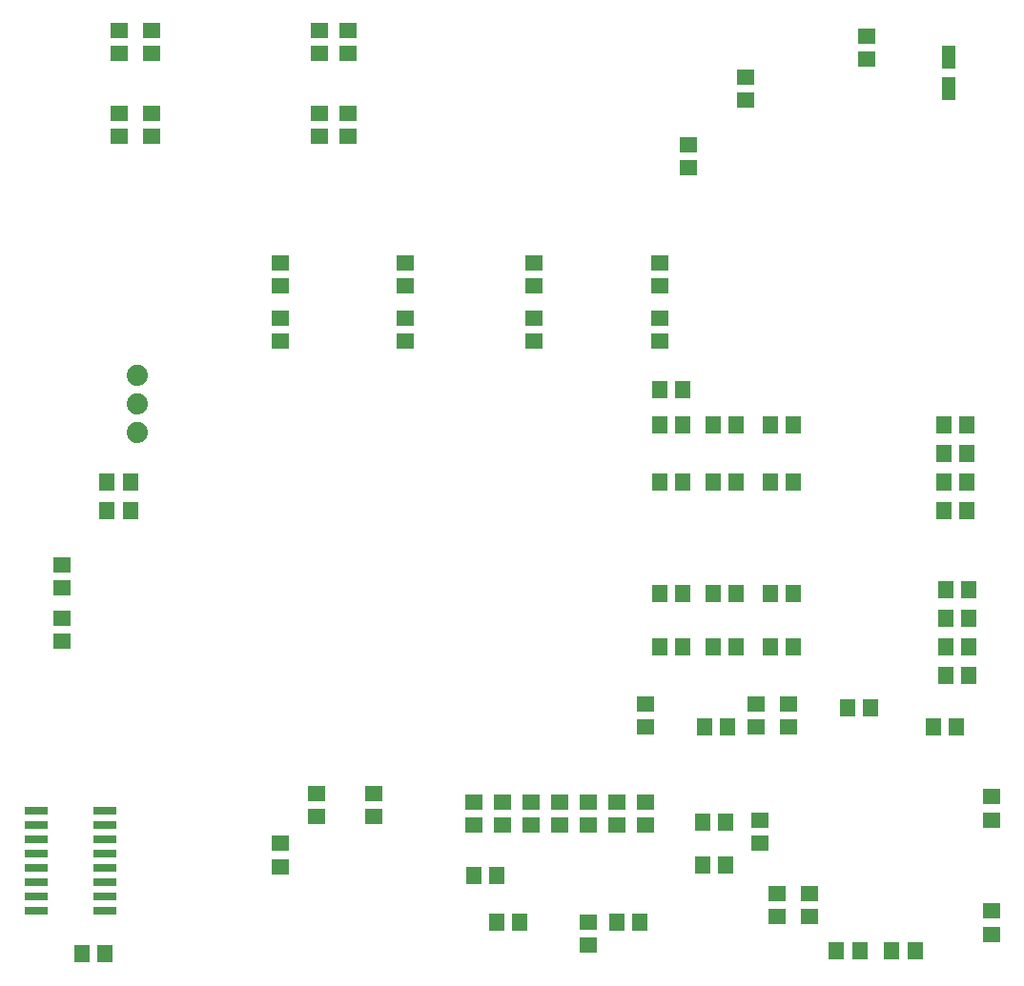
<source format=gtp>
G04 MADE WITH FRITZING*
G04 WWW.FRITZING.ORG*
G04 DOUBLE SIDED*
G04 HOLES PLATED*
G04 CONTOUR ON CENTER OF CONTOUR VECTOR*
%ASAXBY*%
%FSLAX23Y23*%
%MOIN*%
%OFA0B0*%
%SFA1.0B1.0*%
%ADD10C,0.074000*%
%ADD11R,0.055118X0.059055*%
%ADD12R,0.047244X0.078740*%
%ADD13R,0.080000X0.026000*%
%ADD14R,0.059055X0.055118*%
%ADD15R,0.001000X0.001000*%
%LNPASTEMASK1*%
G90*
G70*
G54D10*
X607Y2476D03*
X607Y2376D03*
X607Y2276D03*
G54D11*
X2619Y1526D03*
X2700Y1526D03*
X2619Y1713D03*
X2700Y1713D03*
X2619Y2101D03*
X2700Y2101D03*
X2619Y2301D03*
X2700Y2301D03*
X2432Y1526D03*
X2513Y1526D03*
X2432Y1713D03*
X2513Y1713D03*
X2432Y2101D03*
X2513Y2101D03*
X2432Y2301D03*
X2513Y2301D03*
G54D12*
X3444Y3478D03*
X3444Y3588D03*
G54D13*
X252Y951D03*
X252Y901D03*
X252Y851D03*
X252Y801D03*
X252Y751D03*
X252Y701D03*
X252Y651D03*
X252Y601D03*
X494Y601D03*
X494Y651D03*
X494Y701D03*
X494Y751D03*
X494Y801D03*
X494Y851D03*
X494Y901D03*
X494Y951D03*
G54D11*
X414Y451D03*
X494Y451D03*
G54D14*
X344Y1626D03*
X344Y1545D03*
X2532Y3201D03*
X2532Y3281D03*
X3157Y3663D03*
X3157Y3582D03*
X2732Y3519D03*
X2732Y3438D03*
X344Y1813D03*
X344Y1732D03*
G54D11*
X501Y2101D03*
X582Y2101D03*
G54D14*
X1344Y3313D03*
X1344Y3394D03*
X1244Y3601D03*
X1244Y3681D03*
X1344Y3601D03*
X1344Y3681D03*
X1244Y3313D03*
X1244Y3394D03*
X657Y3601D03*
X657Y3681D03*
X544Y3601D03*
X544Y3681D03*
X657Y3313D03*
X657Y3394D03*
X544Y3313D03*
X544Y3394D03*
G54D11*
X3507Y2301D03*
X3426Y2301D03*
X3507Y2001D03*
X3426Y2001D03*
X3507Y2101D03*
X3426Y2101D03*
X3507Y2201D03*
X3426Y2201D03*
X2432Y2426D03*
X2513Y2426D03*
X3513Y1426D03*
X3432Y1426D03*
X3513Y1526D03*
X3432Y1526D03*
X3513Y1626D03*
X3432Y1626D03*
X3513Y1726D03*
X3432Y1726D03*
G54D14*
X1107Y2595D03*
X1107Y2676D03*
X1544Y2595D03*
X1544Y2676D03*
X1994Y2595D03*
X1994Y2676D03*
X2432Y2595D03*
X2432Y2676D03*
X1107Y2869D03*
X1107Y2788D03*
X1544Y2869D03*
X1544Y2788D03*
X1994Y2869D03*
X1994Y2788D03*
X2432Y2869D03*
X2432Y2788D03*
G54D11*
X2819Y2101D03*
X2900Y2101D03*
X2900Y2301D03*
X2819Y2301D03*
X1864Y563D03*
X1944Y563D03*
X2363Y563D03*
X2282Y563D03*
X501Y2001D03*
X582Y2001D03*
X3169Y1313D03*
X3089Y1313D03*
G54D14*
X2769Y1326D03*
X2769Y1245D03*
X2082Y901D03*
X2082Y981D03*
X1232Y932D03*
X1232Y1013D03*
X1107Y757D03*
X1107Y838D03*
X1982Y901D03*
X1982Y981D03*
G54D11*
X1863Y726D03*
X1782Y726D03*
G54D14*
X1782Y981D03*
X1782Y901D03*
G54D11*
X3469Y1247D03*
X3389Y1247D03*
G54D14*
X2382Y1245D03*
X2382Y1326D03*
X3594Y920D03*
X3594Y1001D03*
G54D11*
X3245Y463D03*
X3326Y463D03*
X3132Y463D03*
X3051Y463D03*
G54D14*
X3594Y520D03*
X3594Y601D03*
X2957Y662D03*
X2957Y581D03*
G54D11*
X2582Y913D03*
X2663Y913D03*
X2582Y763D03*
X2663Y763D03*
G54D14*
X2844Y582D03*
X2844Y663D03*
X2182Y482D03*
X2182Y563D03*
X1882Y901D03*
X1882Y981D03*
X2182Y901D03*
X2182Y981D03*
X1432Y932D03*
X1432Y1013D03*
X2782Y838D03*
X2782Y919D03*
X2282Y901D03*
X2282Y981D03*
X2382Y901D03*
X2382Y981D03*
G54D11*
X2819Y1526D03*
X2900Y1526D03*
X2900Y1713D03*
X2819Y1713D03*
X2669Y1247D03*
X2589Y1247D03*
G54D14*
X2882Y1245D03*
X2882Y1326D03*
G54D15*
D02*
G04 End of PasteMask1*
M02*
</source>
